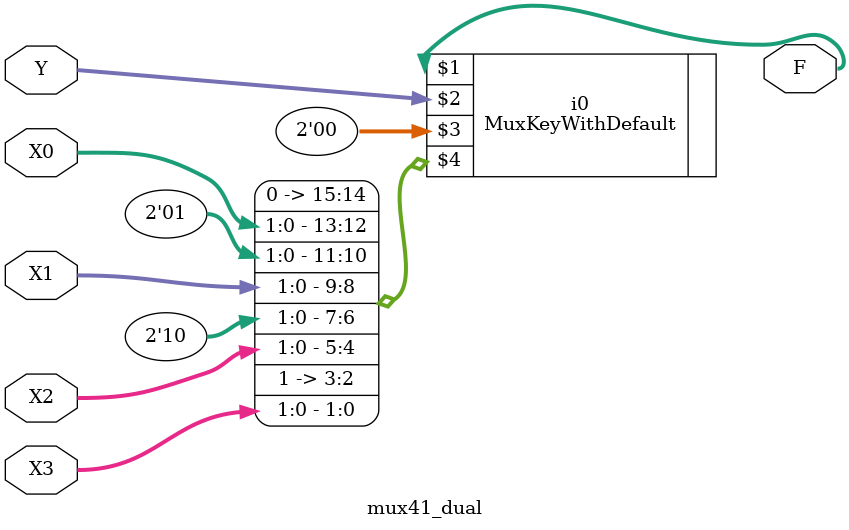
<source format=v>
module mux41_dual(X0, X1, X2, X3, Y, F);
    input [1:0] X0;
    input [1:0] X1;
    input [1:0] X2;
    input [1:0] X3;
    input [1:0] Y;
    output [1:0] F;
    MuxKeyWithDefault #(4, 2, 2) i0 (F, Y, 2'b00, {
                                         2'b00, X0,
                                         2'b01, X1,
                                         2'b10, X2,
                                         2'b11, X3
                                     });
endmodule

</source>
